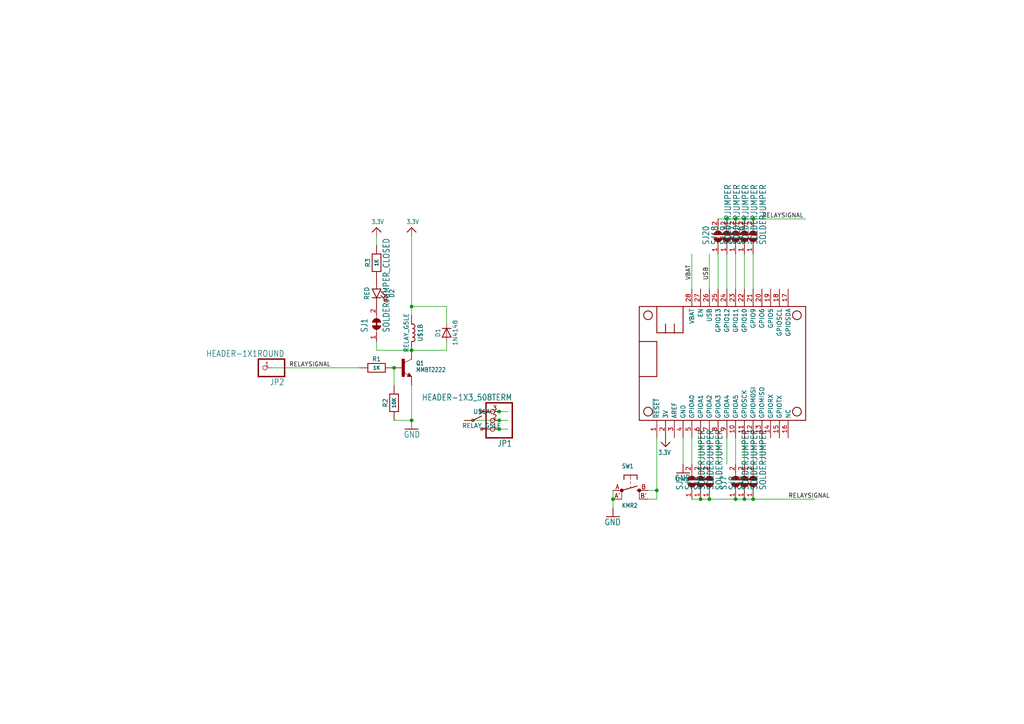
<source format=kicad_sch>
(kicad_sch (version 20211123) (generator eeschema)
  (paper "A4")
  (lib_symbols
    (symbol "eagleSchem-eagle-import:3.3V" (power)
      (property "Value" "3.3V" (at -1.524 1.016 0))
      (symbol "3.3V_1_0"
        (polyline (pts (xy -1.27 -1.27) (xy 0 0)) (stroke (width 0.254)))
        (polyline (pts (xy 0 0) (xy 1.27 -1.27)) (stroke (width 0.254)))
        (pin power_in line (at 0 -2.54 90) (length 2.54) (name "3.3V") (number "1"))
      )
    )
    (symbol "eagleSchem-eagle-import:DIODESOD-323"
      (property "Reference" "D" (at 0 2.54 0))
      (property "Value" "DIODESOD-323" (at 0 -2.5 0))
      (symbol "DIODESOD-323_1_0"
        (polyline (pts (xy -1.27 -1.27) (xy 1.27 0)) (stroke (width 0.254)))
        (polyline (pts (xy -1.27 1.27) (xy -1.27 -1.27)) (stroke (width 0.254)))
        (polyline (pts (xy 1.27 0) (xy -1.27 1.27)) (stroke (width 0.254)))
        (polyline (pts (xy 1.27 0) (xy 1.27 -1.27)) (stroke (width 0.254)))
        (polyline (pts (xy 1.27 1.27) (xy 1.27 0)) (stroke (width 0.254)))
        (pin passive line (at -2.54 0 0) (length 2.54) (name "A") (number "A"))
        (pin passive line (at 2.54 0 180) (length 2.54) (name "C") (number "C"))
      )
    )
    (symbol "eagleSchem-eagle-import:FEATHERWING"
      (symbol "FEATHERWING_1_0"
        (polyline (pts (xy 0 0) (xy 48.26 0)) (stroke (width 0.254)))
        (polyline (pts (xy 0 12.7) (xy 0 0)) (stroke (width 0.254)))
        (polyline (pts (xy 0 22.86) (xy 0 12.7)) (stroke (width 0.254)))
        (polyline (pts (xy 0 22.86) (xy 5.08 22.86)) (stroke (width 0.254)))
        (polyline (pts (xy 0 33.02) (xy 0 22.86)) (stroke (width 0.254)))
        (polyline (pts (xy 5.08 12.7) (xy 0 12.7)) (stroke (width 0.254)))
        (polyline (pts (xy 5.08 22.86) (xy 5.08 12.7)) (stroke (width 0.254)))
        (polyline (pts (xy 5.08 25.4) (xy 7.62 25.4)) (stroke (width 0.254)))
        (polyline (pts (xy 5.08 33.02) (xy 0 33.02)) (stroke (width 0.254)))
        (polyline (pts (xy 5.08 33.02) (xy 5.08 25.4)) (stroke (width 0.254)))
        (polyline (pts (xy 7.62 25.4) (xy 10.16 25.4)) (stroke (width 0.254)))
        (polyline (pts (xy 7.62 27.94) (xy 7.62 25.4)) (stroke (width 0.254)))
        (polyline (pts (xy 10.16 25.4) (xy 12.7 25.4)) (stroke (width 0.254)))
        (polyline (pts (xy 10.16 27.94) (xy 10.16 25.4)) (stroke (width 0.254)))
        (polyline (pts (xy 12.7 25.4) (xy 12.7 33.02)) (stroke (width 0.254)))
        (polyline (pts (xy 12.7 33.02) (xy 5.08 33.02)) (stroke (width 0.254)))
        (polyline (pts (xy 48.26 0) (xy 48.26 33.02)) (stroke (width 0.254)))
        (polyline (pts (xy 48.26 33.02) (xy 12.7 33.02)) (stroke (width 0.254)))
        (circle (center 2.54 2.54) (radius 1.27) (stroke (width 0.254)))
        (circle (center 2.54 30.48) (radius 1.27) (stroke (width 0.254)))
        (circle (center 45.72 2.54) (radius 1.27) (stroke (width 0.254)))
        (circle (center 45.72 30.48) (radius 1.27) (stroke (width 0.254)))
        (pin input line (at 5.08 -5.08 90) (length 5.08) (name "~{RESET}") (number "1"))
        (pin bidirectional line (at 27.94 -5.08 90) (length 5.08) (name "GPIOA5") (number "10"))
        (pin bidirectional line (at 30.48 -5.08 90) (length 5.08) (name "GPIOSCK") (number "11"))
        (pin bidirectional line (at 33.02 -5.08 90) (length 5.08) (name "GPIOMOSI") (number "12"))
        (pin bidirectional line (at 35.56 -5.08 90) (length 5.08) (name "GPIOMISO") (number "13"))
        (pin bidirectional line (at 38.1 -5.08 90) (length 5.08) (name "GPIORX") (number "14"))
        (pin bidirectional line (at 40.64 -5.08 90) (length 5.08) (name "GPIOTX") (number "15"))
        (pin passive line (at 43.18 -5.08 90) (length 5.08) (name "NC") (number "16"))
        (pin bidirectional line (at 43.18 38.1 270) (length 5.08) (name "GPIOSDA") (number "17"))
        (pin bidirectional line (at 40.64 38.1 270) (length 5.08) (name "GPIOSCL") (number "18"))
        (pin bidirectional line (at 38.1 38.1 270) (length 5.08) (name "GPIO5") (number "19"))
        (pin power_in line (at 7.62 -5.08 90) (length 5.08) (name "3V") (number "2"))
        (pin bidirectional line (at 35.56 38.1 270) (length 5.08) (name "GPIO6") (number "20"))
        (pin bidirectional line (at 33.02 38.1 270) (length 5.08) (name "GPIO9") (number "21"))
        (pin bidirectional line (at 30.48 38.1 270) (length 5.08) (name "GPIO10") (number "22"))
        (pin bidirectional line (at 27.94 38.1 270) (length 5.08) (name "GPIO11") (number "23"))
        (pin bidirectional line (at 25.4 38.1 270) (length 5.08) (name "GPIO12") (number "24"))
        (pin bidirectional line (at 22.86 38.1 270) (length 5.08) (name "GPIO13") (number "25"))
        (pin power_in line (at 20.32 38.1 270) (length 5.08) (name "USB") (number "26"))
        (pin passive line (at 17.78 38.1 270) (length 5.08) (name "EN") (number "27"))
        (pin power_in line (at 15.24 38.1 270) (length 5.08) (name "VBAT") (number "28"))
        (pin passive line (at 10.16 -5.08 90) (length 5.08) (name "AREF") (number "3"))
        (pin power_in line (at 12.7 -5.08 90) (length 5.08) (name "GND") (number "4"))
        (pin bidirectional line (at 15.24 -5.08 90) (length 5.08) (name "GPIOA0") (number "5"))
        (pin bidirectional line (at 17.78 -5.08 90) (length 5.08) (name "GPIOA1") (number "6"))
        (pin bidirectional line (at 20.32 -5.08 90) (length 5.08) (name "GPIOA2") (number "7"))
        (pin bidirectional line (at 22.86 -5.08 90) (length 5.08) (name "GPIOA3") (number "8"))
        (pin bidirectional line (at 25.4 -5.08 90) (length 5.08) (name "GPIOA4") (number "9"))
      )
    )
    (symbol "eagleSchem-eagle-import:GND" (power)
      (property "Value" "GND" (at -2.54 -2.54 0))
      (symbol "GND_1_0"
        (polyline (pts (xy -1.905 0) (xy 1.905 0)) (stroke (width 0.254)))
        (pin power_in line (at 0 2.54 270) (length 2.54) (name "GND") (number "1"))
      )
    )
    (symbol "eagleSchem-eagle-import:HEADER-1X1ROUND"
      (property "Reference" "JP" (at -6.35 3.175 0))
      (property "Value" "HEADER-1X1ROUND" (at -6.35 -5.08 0))
      (symbol "HEADER-1X1ROUND_1_0"
        (polyline (pts (xy -6.35 -2.54) (xy 1.27 -2.54)) (stroke (width 0.4064)))
        (polyline (pts (xy -6.35 2.54) (xy -6.35 -2.54)) (stroke (width 0.4064)))
        (polyline (pts (xy 1.27 -2.54) (xy 1.27 2.54)) (stroke (width 0.4064)))
        (polyline (pts (xy 1.27 2.54) (xy -6.35 2.54)) (stroke (width 0.4064)))
        (pin passive inverted (at -2.54 0 0) (length 2.54) (name "1") (number "1"))
      )
    )
    (symbol "eagleSchem-eagle-import:HEADER-1X3_508TERM"
      (property "Reference" "JP" (at -6.35 5.715 0))
      (property "Value" "HEADER-1X3_508TERM" (at -6.35 -7.62 0))
      (symbol "HEADER-1X3_508TERM_1_0"
        (polyline (pts (xy -6.35 -5.08) (xy 1.27 -5.08)) (stroke (width 0.4064)))
        (polyline (pts (xy -6.35 5.08) (xy -6.35 -5.08)) (stroke (width 0.4064)))
        (polyline (pts (xy 1.27 -5.08) (xy 1.27 5.08)) (stroke (width 0.4064)))
        (polyline (pts (xy 1.27 5.08) (xy -6.35 5.08)) (stroke (width 0.4064)))
        (pin passive inverted (at -2.54 2.54 0) (length 2.54) (name "1") (number "1"))
        (pin passive inverted (at -2.54 0 0) (length 2.54) (name "2") (number "2"))
        (pin passive inverted (at -2.54 -2.54 0) (length 2.54) (name "3") (number "3"))
      )
    )
    (symbol "eagleSchem-eagle-import:LED0805_NOOUTLINE"
      (property "Reference" "D" (at -1.27 4.445 0))
      (property "Value" "LED0805_NOOUTLINE" (at -1.27 -2.794 0))
      (symbol "LED0805_NOOUTLINE_1_0"
        (polyline (pts (xy -2.54 -1.27) (xy 0 0)) (stroke (width 0.254)))
        (polyline (pts (xy -2.54 1.27) (xy -2.54 -1.27)) (stroke (width 0.254)))
        (polyline (pts (xy -1.905 1.27) (xy -0.635 2.54)) (stroke (width 0.254)))
        (polyline (pts (xy -0.9525 2.8575) (xy -0.3175 2.2225)) (stroke (width 0.254)))
        (polyline (pts (xy -0.635 1.27) (xy 0.635 2.54)) (stroke (width 0.254)))
        (polyline (pts (xy -0.3175 2.2225) (xy 0 3.175)) (stroke (width 0.254)))
        (polyline (pts (xy 0 0) (xy -2.54 1.27)) (stroke (width 0.254)))
        (polyline (pts (xy 0 0) (xy 0 -1.27)) (stroke (width 0.254)))
        (polyline (pts (xy 0 1.27) (xy 0 0)) (stroke (width 0.254)))
        (polyline (pts (xy 0 3.175) (xy -0.9525 2.8575)) (stroke (width 0.254)))
        (polyline (pts (xy 0.3175 2.8575) (xy 0.9525 2.2225)) (stroke (width 0.254)))
        (polyline (pts (xy 0.9525 2.2225) (xy 1.27 3.175)) (stroke (width 0.254)))
        (polyline (pts (xy 1.27 3.175) (xy 0.3175 2.8575)) (stroke (width 0.254)))
        (pin passive line (at -5.08 0 0) (length 2.54) (name "A") (number "A"))
        (pin passive line (at 2.54 0 180) (length 2.54) (name "C") (number "C"))
      )
    )
    (symbol "eagleSchem-eagle-import:RELAY_G5LE"
      (property "Value" "RELAY_G5LE" (at 0 -1.54 0))
      (symbol "RELAY_G5LE_1_0"
        (circle (center -2.54 0) (radius 0.3592) (stroke (width 0.2032)))
        (circle (center 0 -2.54) (radius 0.3592) (stroke (width 0.2032)))
        (polyline (pts (xy -2.54 0) (xy 0 1.27)) (stroke (width 0.254)))
        (polyline (pts (xy 0 -2.54) (xy 0.635 -2.54)) (stroke (width 0.127)))
        (polyline (pts (xy 0 2.54) (xy 0.635 2.54)) (stroke (width 0.1524)))
        (circle (center 0 2.54) (radius 0.3592) (stroke (width 0.2032)))
        (pin passive line (at -5.08 0 0) (length 2.54) (name "P") (number "1"))
        (pin passive line (at 2.54 2.54 180) (length 2.54) (name "O") (number "3"))
        (pin passive line (at 2.54 -2.54 180) (length 2.54) (name "S") (number "4"))
      )
      (symbol "RELAY_G5LE_2_0"
        (arc (start -1.27 0.3175) (mid -1.905 0.9524) (end -2.54 0.3175) (stroke (width 0.254)))
        (polyline (pts (xy -2.54 0.3175) (xy -2.54 0)) (stroke (width 0.254)))
        (polyline (pts (xy 2.54 0.3175) (xy 2.54 0)) (stroke (width 0.254)))
        (arc (start 0 0.3175) (mid -0.635 0.9524) (end -1.27 0.3175) (stroke (width 0.254)))
        (arc (start 1.27 0.3175) (mid 0.635 0.9524) (end 0 0.3175) (stroke (width 0.254)))
        (arc (start 2.54 0.3175) (mid 1.905 0.9524) (end 1.27 0.3175) (stroke (width 0.254)))
        (pin passive line (at -5.08 0 0) (length 2.54) (name "1") (number "2"))
        (pin passive line (at 5.08 0 180) (length 2.54) (name "2") (number "5"))
      )
    )
    (symbol "eagleSchem-eagle-import:RESISTOR0805_NOOUTLINE"
      (property "Reference" "R" (at 0 2.54 0))
      (property "Value" "RESISTOR0805_NOOUTLINE" (at 0 0 0))
      (symbol "RESISTOR0805_NOOUTLINE_1_0"
        (polyline (pts (xy -2.54 -1.27) (xy -2.54 1.27)) (stroke (width 0.254)))
        (polyline (pts (xy -2.54 1.27) (xy 2.54 1.27)) (stroke (width 0.254)))
        (polyline (pts (xy 2.54 -1.27) (xy -2.54 -1.27)) (stroke (width 0.254)))
        (polyline (pts (xy 2.54 1.27) (xy 2.54 -1.27)) (stroke (width 0.254)))
        (pin passive line (at -5.08 0 0) (length 2.54) (name "1") (number "1"))
        (pin passive line (at 5.08 0 180) (length 2.54) (name "2") (number "2"))
      )
    )
    (symbol "eagleSchem-eagle-import:SOLDERJUMPER"
      (property "Reference" "SJ" (at -2.54 2.54 0))
      (property "Value" "SOLDERJUMPER" (at -2.54 -3.81 0))
      (symbol "SOLDERJUMPER_1_0"
        (arc (start -0.381 1.2699) (mid -1.6508 0) (end -0.381 -1.2699) (stroke (width 0.0001)) (fill (type outline)))
        (polyline (pts (xy -2.54 0) (xy -1.651 0)) (stroke (width 0.1524)))
        (polyline (pts (xy 2.54 0) (xy 1.651 0)) (stroke (width 0.1524)))
        (arc (start 0.381 -1.2699) (mid 1.6508 0) (end 0.381 1.2699) (stroke (width 0.0001)) (fill (type outline)))
        (pin passive line (at -5.08 0 0) (length 2.54) (name "1") (number "1"))
        (pin passive line (at 5.08 0 180) (length 2.54) (name "2") (number "2"))
      )
    )
    (symbol "eagleSchem-eagle-import:SOLDERJUMPER_CLOSED"
      (property "Reference" "SJ" (at -2.54 2.54 0))
      (property "Value" "SOLDERJUMPER_CLOSED" (at -2.54 -3.81 0))
      (symbol "SOLDERJUMPER_CLOSED_1_0"
        (arc (start -0.381 1.2699) (mid -1.6508 0) (end -0.381 -1.2699) (stroke (width 0.0001)) (fill (type outline)))
        (polyline (pts (xy -2.54 0) (xy -1.651 0)) (stroke (width 0.1524)))
        (polyline (pts (xy -0.635 0) (xy 0.635 0)) (stroke (width 0.4064)))
        (polyline (pts (xy 2.54 0) (xy 1.651 0)) (stroke (width 0.1524)))
        (arc (start 0.381 -1.2699) (mid 1.6508 0) (end 0.381 1.2699) (stroke (width 0.0001)) (fill (type outline)))
        (pin passive line (at -5.08 0 0) (length 2.54) (name "1") (number "1"))
        (pin passive line (at 5.08 0 180) (length 2.54) (name "2") (number "2"))
      )
    )
    (symbol "eagleSchem-eagle-import:SWITCH_TACT_SMT4.6X2.8"
      (property "Reference" "SW" (at -2.54 6.35 0))
      (property "Value" "SWITCH_TACT_SMT4.6X2.8" (at -2.54 -5.08 0))
      (symbol "SWITCH_TACT_SMT4.6X2.8_1_0"
        (circle (center -2.54 0) (radius 0.127) (stroke (width 0.4064)))
        (polyline (pts (xy -2.54 -2.54) (xy -2.54 0)) (stroke (width 0.1524)))
        (polyline (pts (xy -2.54 0) (xy 1.905 1.27)) (stroke (width 0.254)))
        (polyline (pts (xy -1.905 4.445) (xy -1.905 3.175)) (stroke (width 0.254)))
        (polyline (pts (xy 0 1.27) (xy 0 0.635)) (stroke (width 0.1524)))
        (polyline (pts (xy 0 2.54) (xy 0 1.905)) (stroke (width 0.1524)))
        (polyline (pts (xy 0 4.445) (xy -1.905 4.445)) (stroke (width 0.254)))
        (polyline (pts (xy 0 4.445) (xy 0 3.175)) (stroke (width 0.1524)))
        (polyline (pts (xy 1.905 0) (xy 2.54 0)) (stroke (width 0.254)))
        (polyline (pts (xy 1.905 4.445) (xy 0 4.445)) (stroke (width 0.254)))
        (polyline (pts (xy 1.905 4.445) (xy 1.905 3.175)) (stroke (width 0.254)))
        (polyline (pts (xy 2.54 -2.54) (xy 2.54 0)) (stroke (width 0.1524)))
        (circle (center 2.54 0) (radius 0.127) (stroke (width 0.4064)))
        (pin passive line (at -5.08 0 0) (length 2.54) (name "P") (number "A"))
        (pin passive line (at -5.08 -2.54 0) (length 2.54) (name "P1") (number "A'"))
        (pin passive line (at 5.08 0 180) (length 2.54) (name "S") (number "B"))
        (pin passive line (at 5.08 -2.54 180) (length 2.54) (name "S1") (number "B'"))
      )
    )
    (symbol "eagleSchem-eagle-import:TRANSISTOR_NPN"
      (property "Reference" "Q" (at 1.27 0.635 0))
      (property "Value" "TRANSISTOR_NPN" (at 1.27 -1.27 0))
      (symbol "TRANSISTOR_NPN_1_0"
        (rectangle (start -2.794 -2.54) (end -2.032 2.54) (fill (type outline)))
        (polyline (pts (xy -1.27 -2.54) (xy -0.762 -1.524)) (stroke (width 0.1524)))
        (polyline (pts (xy -1.016 -2.413) (xy -0.254 -2.413)) (stroke (width 0.254)))
        (polyline (pts (xy -1.016 -2.286) (xy -0.635 -2.286)) (stroke (width 0.254)))
        (polyline (pts (xy -1 -2.04) (xy -2.232 -1.424)) (stroke (width 0.1524)))
        (polyline (pts (xy -0.762 -1.778) (xy -1.016 -2.286)) (stroke (width 0.254)))
        (polyline (pts (xy -0.762 -1.524) (xy 0 -2.54)) (stroke (width 0.1524)))
        (polyline (pts (xy -0.635 -2.286) (xy -0.762 -2.032)) (stroke (width 0.254)))
        (polyline (pts (xy -0.254 -2.413) (xy -0.762 -1.778)) (stroke (width 0.254)))
        (polyline (pts (xy 0 -2.54) (xy -1.27 -2.54)) (stroke (width 0.1524)))
        (polyline (pts (xy 0 2.54) (xy -2.032 1.524)) (stroke (width 0.1524)))
        (pin passive line (at -5.08 0 0) (length 2.54) (name "B") (number "1"))
        (pin passive line (at 0 -5.08 90) (length 2.54) (name "E") (number "2"))
        (pin passive line (at 0 5.08 270) (length 2.54) (name "C") (number "3"))
      )
    )
  )
  (junction (at 203.2 144.78))
  (junction (at 215.9 63.5))
  (junction (at 119.38 121.92))
  (junction (at 177.8 144.78))
  (junction (at 213.36 63.5))
  (junction (at 210.82 63.5))
  (junction (at 119.38 101.6))
  (junction (at 119.38 88.9))
  (junction (at 144.78 124.46))
  (junction (at 144.78 119.38))
  (junction (at 218.44 63.5))
  (junction (at 144.78 121.92))
  (junction (at 114.3 106.68))
  (junction (at 205.74 144.78))
  (junction (at 190.5 142.24))
  (junction (at 213.36 144.78))
  (junction (at 215.9 144.78))
  (junction (at 218.44 144.78))
  (wire (pts (xy 218.44 134.62) (xy 218.44 127)))
  (wire (pts (xy 144.78 119.38) (xy 147.32 119.38)))
  (wire (pts (xy 205.74 73.66) (xy 205.74 83.82)))
  (wire (pts (xy 200.66 134.62) (xy 200.66 127)))
  (wire (pts (xy 147.32 124.46) (xy 144.78 124.46)))
  (wire (pts (xy 187.96 142.24) (xy 190.5 142.24)))
  (wire (pts (xy 119.38 101.6) (xy 129.54 101.6)))
  (wire (pts (xy 147.32 121.92) (xy 144.78 121.92)))
  (wire (pts (xy 203.2 134.62) (xy 203.2 127)))
  (wire (pts (xy 218.44 144.78) (xy 236.22 144.78)))
  (wire (pts (xy 210.82 134.62) (xy 210.82 127)))
  (wire (pts (xy 213.36 63.5) (xy 215.9 63.5)))
  (wire (pts (xy 200.66 144.78) (xy 203.2 144.78)))
  (wire (pts (xy 114.3 121.92) (xy 119.38 121.92)))
  (wire (pts (xy 190.5 127) (xy 190.5 142.24)))
  (wire (pts (xy 109.22 99.06) (xy 109.22 101.6)))
  (wire (pts (xy 213.36 134.62) (xy 213.36 127)))
  (wire (pts (xy 218.44 73.66) (xy 218.44 83.82)))
  (wire (pts (xy 129.54 93.98) (xy 129.54 88.9)))
  (wire (pts (xy 208.28 134.62) (xy 208.28 127)))
  (wire (pts (xy 142.24 119.38) (xy 144.78 119.38)))
  (wire (pts (xy 144.78 121.92) (xy 134.62 121.92)))
  (wire (pts (xy 119.38 88.9) (xy 119.38 68.58)))
  (wire (pts (xy 208.28 63.5) (xy 210.82 63.5)))
  (wire (pts (xy 215.9 73.66) (xy 215.9 83.82)))
  (wire (pts (xy 198.12 134.62) (xy 198.12 127)))
  (wire (pts (xy 114.3 111.76) (xy 114.3 106.68)))
  (wire (pts (xy 190.5 142.24) (xy 190.5 144.78)))
  (wire (pts (xy 220.98 134.62) (xy 220.98 127)))
  (wire (pts (xy 190.5 144.78) (xy 187.96 144.78)))
  (wire (pts (xy 210.82 63.5) (xy 213.36 63.5)))
  (wire (pts (xy 144.78 124.46) (xy 142.24 124.46)))
  (wire (pts (xy 119.38 121.92) (xy 119.38 111.76)))
  (wire (pts (xy 215.9 144.78) (xy 218.44 144.78)))
  (wire (pts (xy 129.54 88.9) (xy 119.38 88.9)))
  (wire (pts (xy 109.22 68.58) (xy 109.22 71.12)))
  (wire (pts (xy 177.8 142.24) (xy 177.8 144.78)))
  (wire (pts (xy 205.74 134.62) (xy 205.74 127)))
  (wire (pts (xy 203.2 144.78) (xy 205.74 144.78)))
  (wire (pts (xy 210.82 73.66) (xy 210.82 83.82)))
  (wire (pts (xy 129.54 101.6) (xy 129.54 99.06)))
  (wire (pts (xy 208.28 73.66) (xy 208.28 83.82)))
  (wire (pts (xy 215.9 134.62) (xy 215.9 127)))
  (wire (pts (xy 78.74 106.68) (xy 104.14 106.68)))
  (wire (pts (xy 213.36 144.78) (xy 215.9 144.78)))
  (wire (pts (xy 205.74 144.78) (xy 213.36 144.78)))
  (wire (pts (xy 119.38 88.9) (xy 119.38 91.44)))
  (wire (pts (xy 200.66 73.66) (xy 200.66 83.82)))
  (wire (pts (xy 213.36 73.66) (xy 213.36 83.82)))
  (wire (pts (xy 215.9 63.5) (xy 218.44 63.5)))
  (wire (pts (xy 177.8 144.78) (xy 177.8 147.32)))
  (wire (pts (xy 218.44 63.5) (xy 233.68 63.5)))
  (wire (pts (xy 109.22 101.6) (xy 119.38 101.6)))
  (label "RELAYSIGNAL" (at 228.6 144.78 0) (effects (font (size 1.2446 1.2446))))
  (label "USB" (at 205.74 81.28 90) (effects (font (size 1.2446 1.2446))))
  (label "RELAYSIGNAL" (at 83.82 106.68 0) (effects (font (size 1.2446 1.2446))))
  (label "VBAT" (at 200.66 81.28 90) (effects (font (size 1.2446 1.2446))))
  (label "RELAYSIGNAL" (at 220.98 63.5 0) (effects (font (size 1.2446 1.2446))))
  (symbol (lib_id "eagleSchem-eagle-import:RESISTOR0805_NOOUTLINE") (at 109.22 76.2 90) (unit 1)
    (property "Reference" "R3" (at 106.68 76.2 0))
    (property "Value" "1K" (at 109.22 76.2 0) (effects (font (size 1.016 1.016) bold)))
    (property "Footprint" "eagleSchem:0805-NO" (effects hide))
  )
  (symbol (lib_id "eagleSchem-eagle-import:GND") (at 119.38 124.46 0) (mirror y) (unit 1)
    (property "Reference" "#GND1" (effects hide))
    (property "Value" "GND" (at 121.92 127 0) (effects (font (size 1.778 1.5113)) (justify left bottom)))
    (property "Footprint" "eagleSchem:" (effects hide))
  )
  (symbol (lib_id "eagleSchem-eagle-import:SOLDERJUMPER") (at 218.44 139.7 90) (unit 1)
    (property "Reference" "SJ9" (at 215.9 142.24 0) (effects (font (size 1.778 1.5113)) (justify left bottom)))
    (property "Value" "SOLDERJUMPER" (at 222.25 142.24 0) (effects (font (size 1.778 1.5113)) (justify left bottom)))
    (property "Footprint" "eagleSchem:SOLDERJUMPER_ARROW_NOPASTE" (effects hide))
  )
  (symbol (lib_id "eagleSchem-eagle-import:DIODESOD-323") (at 129.54 96.52 90) (unit 1)
    (property "Reference" "D1" (at 127 96.52 0))
    (property "Value" "1N4148" (at 132.04 96.52 0))
    (property "Footprint" "eagleSchem:SOD-323" (effects hide))
  )
  (symbol (lib_id "eagleSchem-eagle-import:SOLDERJUMPER") (at 213.36 68.58 90) (unit 1)
    (property "Reference" "SJ19" (at 210.82 71.12 0) (effects (font (size 1.778 1.5113)) (justify left bottom)))
    (property "Value" "SOLDERJUMPER" (at 217.17 71.12 0) (effects (font (size 1.778 1.5113)) (justify left bottom)))
    (property "Footprint" "eagleSchem:SOLDERJUMPER_ARROW_NOPASTE" (effects hide))
  )
  (symbol (lib_id "eagleSchem-eagle-import:SOLDERJUMPER") (at 203.2 139.7 90) (unit 1)
    (property "Reference" "SJ3" (at 200.66 142.24 0) (effects (font (size 1.778 1.5113)) (justify left bottom)))
    (property "Value" "SOLDERJUMPER" (at 207.01 142.24 0) (effects (font (size 1.778 1.5113)) (justify left bottom)))
    (property "Footprint" "eagleSchem:SOLDERJUMPER_ARROW_NOPASTE" (effects hide))
  )
  (symbol (lib_id "eagleSchem-eagle-import:SOLDERJUMPER_CLOSED") (at 109.22 93.98 90) (unit 1)
    (property "Reference" "SJ1" (at 106.68 96.52 0) (effects (font (size 1.778 1.5113)) (justify left bottom)))
    (property "Value" "SOLDERJUMPER_CLOSED" (at 113.03 96.52 0) (effects (font (size 1.778 1.5113)) (justify left bottom)))
    (property "Footprint" "eagleSchem:SOLDERJUMPER_CLOSEDWIRE" (effects hide))
  )
  (symbol (lib_id "eagleSchem-eagle-import:FEATHERWING") (at 185.42 121.92 0) (unit 1)
    (property "Reference" "MS2" (effects hide))
    (property "Value" "FEATHERWING" (effects hide))
    (property "Footprint" "eagleSchem:FEATHERWING" (effects hide))
  )
  (symbol (lib_id "eagleSchem-eagle-import:SOLDERJUMPER") (at 215.9 68.58 90) (unit 1)
    (property "Reference" "SJ17" (at 213.36 71.12 0) (effects (font (size 1.778 1.5113)) (justify left bottom)))
    (property "Value" "SOLDERJUMPER" (at 219.71 71.12 0) (effects (font (size 1.778 1.5113)) (justify left bottom)))
    (property "Footprint" "eagleSchem:SOLDERJUMPER_ARROW_NOPASTE" (effects hide))
  )
  (symbol (lib_id "eagleSchem-eagle-import:SOLDERJUMPER") (at 213.36 139.7 90) (unit 1)
    (property "Reference" "SJ7" (at 210.82 142.24 0) (effects (font (size 1.778 1.5113)) (justify left bottom)))
    (property "Value" "SOLDERJUMPER" (at 217.17 142.24 0) (effects (font (size 1.778 1.5113)) (justify left bottom)))
    (property "Footprint" "eagleSchem:SOLDERJUMPER_ARROW_NOPASTE" (effects hide))
  )
  (symbol (lib_id "eagleSchem-eagle-import:RELAY_G5LE") (at 139.7 121.92 0) (unit 1)
    (property "Reference" "U$1" (at 139.7 119.38 0))
    (property "Value" "RELAY_G5LE" (at 139.7 123.46 0))
    (property "Footprint" "eagleSchem:RELAY_G5LE-1" (effects hide))
  )
  (symbol (lib_id "eagleSchem-eagle-import:SOLDERJUMPER") (at 200.66 139.7 90) (unit 1)
    (property "Reference" "SJ2" (at 198.12 142.24 0) (effects (font (size 1.778 1.5113)) (justify left bottom)))
    (property "Value" "SOLDERJUMPER" (at 204.47 142.24 0) (effects (font (size 1.778 1.5113)) (justify left bottom)))
    (property "Footprint" "eagleSchem:SOLDERJUMPER_ARROW_NOPASTE" (effects hide))
  )
  (symbol (lib_id "eagleSchem-eagle-import:LED0805_NOOUTLINE") (at 109.22 86.36 270) (unit 1)
    (property "Reference" "D2" (at 113.665 85.09 0))
    (property "Value" "RED" (at 106.426 85.09 0))
    (property "Footprint" "eagleSchem:CHIPLED_0805_NOOUTLINE" (effects hide))
  )
  (symbol (lib_id "eagleSchem-eagle-import:GND") (at 198.12 137.16 0) (unit 1)
    (property "Reference" "#GND3" (effects hide))
    (property "Value" "GND" (at 195.58 139.7 0) (effects (font (size 1.778 1.5113)) (justify left bottom)))
    (property "Footprint" "eagleSchem:" (effects hide))
  )
  (symbol (lib_id "eagleSchem-eagle-import:HEADER-1X3_508TERM") (at 142.24 121.92 180) (unit 1)
    (property "Reference" "JP1" (at 148.59 127.635 0) (effects (font (size 1.778 1.5113)) (justify left bottom)))
    (property "Value" "HEADER-1X3_508TERM" (at 148.59 114.3 0) (effects (font (size 1.778 1.5113)) (justify left bottom)))
    (property "Footprint" "eagleSchem:TERMBLOCK_1X3_5.08MM" (effects hide))
  )
  (symbol (lib_id "eagleSchem-eagle-import:3.3V") (at 193.04 129.54 180) (unit 1)
    (property "Reference" "#U$3" (effects hide))
    (property "Value" "3.3V" (at 194.564 130.556 0) (effects (font (size 1.27 1.0795)) (justify left bottom)))
    (property "Footprint" "eagleSchem:" (effects hide))
  )
  (symbol (lib_id "eagleSchem-eagle-import:RESISTOR0805_NOOUTLINE") (at 114.3 116.84 90) (unit 1)
    (property "Reference" "R2" (at 111.76 116.84 0))
    (property "Value" "10K" (at 114.3 116.84 0) (effects (font (size 1.016 1.016) bold)))
    (property "Footprint" "eagleSchem:0805-NO" (effects hide))
  )
  (symbol (lib_id "eagleSchem-eagle-import:TRANSISTOR_NPN") (at 119.38 106.68 0) (unit 1)
    (property "Reference" "Q1" (at 120.65 106.045 0) (effects (font (size 1.27 1.0795)) (justify left bottom)))
    (property "Value" "MMBT2222" (at 120.65 107.95 0) (effects (font (size 1.27 1.0795)) (justify left bottom)))
    (property "Footprint" "eagleSchem:SOT23-R" (effects hide))
  )
  (symbol (lib_id "eagleSchem-eagle-import:SWITCH_TACT_SMT4.6X2.8") (at 182.88 142.24 0) (unit 1)
    (property "Reference" "SW1" (at 180.34 135.89 0) (effects (font (size 1.27 1.0795)) (justify left bottom)))
    (property "Value" "KMR2" (at 180.34 147.32 0) (effects (font (size 1.27 1.0795)) (justify left bottom)))
    (property "Footprint" "eagleSchem:BTN_KMR2_4.6X2.8" (effects hide))
  )
  (symbol (lib_id "eagleSchem-eagle-import:RELAY_G5LE") (at 119.38 96.52 270) (unit 2)
    (property "Reference" "U$1" (at 121.92 96.52 0))
    (property "Value" "RELAY_G5LE" (at 117.84 96.52 0))
    (property "Footprint" "eagleSchem:RELAY_G5LE-1" (effects hide))
  )
  (symbol (lib_id "eagleSchem-eagle-import:SOLDERJUMPER") (at 218.44 68.58 90) (unit 1)
    (property "Reference" "SJ16" (at 215.9 71.12 0) (effects (font (size 1.778 1.5113)) (justify left bottom)))
    (property "Value" "SOLDERJUMPER" (at 222.25 71.12 0) (effects (font (size 1.778 1.5113)) (justify left bottom)))
    (property "Footprint" "eagleSchem:SOLDERJUMPER_ARROW_NOPASTE" (effects hide))
  )
  (symbol (lib_id "eagleSchem-eagle-import:SOLDERJUMPER") (at 215.9 139.7 90) (unit 1)
    (property "Reference" "SJ8" (at 213.36 142.24 0) (effects (font (size 1.778 1.5113)) (justify left bottom)))
    (property "Value" "SOLDERJUMPER" (at 219.71 142.24 0) (effects (font (size 1.778 1.5113)) (justify left bottom)))
    (property "Footprint" "eagleSchem:SOLDERJUMPER_ARROW_NOPASTE" (effects hide))
  )
  (symbol (lib_id "eagleSchem-eagle-import:RESISTOR0805_NOOUTLINE") (at 109.22 106.68 0) (unit 1)
    (property "Reference" "R1" (at 109.22 104.14 0))
    (property "Value" "1K" (at 109.22 106.68 0) (effects (font (size 1.016 1.016) bold)))
    (property "Footprint" "eagleSchem:0805-NO" (effects hide))
  )
  (symbol (lib_id "eagleSchem-eagle-import:SOLDERJUMPER") (at 205.74 139.7 90) (unit 1)
    (property "Reference" "SJ4" (at 203.2 142.24 0) (effects (font (size 1.778 1.5113)) (justify left bottom)))
    (property "Value" "SOLDERJUMPER" (at 209.55 142.24 0) (effects (font (size 1.778 1.5113)) (justify left bottom)))
    (property "Footprint" "eagleSchem:SOLDERJUMPER_ARROW_NOPASTE" (effects hide))
  )
  (symbol (lib_id "eagleSchem-eagle-import:3.3V") (at 109.22 66.04 0) (unit 1)
    (property "Reference" "#U$4" (effects hide))
    (property "Value" "3.3V" (at 107.696 65.024 0) (effects (font (size 1.27 1.0795)) (justify left bottom)))
    (property "Footprint" "eagleSchem:" (effects hide))
  )
  (symbol (lib_id "eagleSchem-eagle-import:SOLDERJUMPER") (at 208.28 68.58 90) (unit 1)
    (property "Reference" "SJ20" (at 205.74 71.12 0) (effects (font (size 1.778 1.5113)) (justify left bottom)))
    (property "Value" "SOLDERJUMPER" (at 212.09 71.12 0) (effects (font (size 1.778 1.5113)) (justify left bottom)))
    (property "Footprint" "eagleSchem:SOLDERJUMPER_ARROW_NOPASTE" (effects hide))
  )
  (symbol (lib_id "eagleSchem-eagle-import:HEADER-1X1ROUND") (at 76.2 106.68 180) (unit 1)
    (property "Reference" "JP2" (at 82.55 109.855 0) (effects (font (size 1.778 1.5113)) (justify left bottom)))
    (property "Value" "HEADER-1X1ROUND" (at 82.55 101.6 0) (effects (font (size 1.778 1.5113)) (justify left bottom)))
    (property "Footprint" "eagleSchem:1X01_ROUND" (effects hide))
  )
  (symbol (lib_id "eagleSchem-eagle-import:GND") (at 177.8 149.86 0) (unit 1)
    (property "Reference" "#GND4" (effects hide))
    (property "Value" "GND" (at 175.26 152.4 0) (effects (font (size 1.778 1.5113)) (justify left bottom)))
    (property "Footprint" "eagleSchem:" (effects hide))
  )
  (symbol (lib_id "eagleSchem-eagle-import:SOLDERJUMPER") (at 210.82 68.58 90) (unit 1)
    (property "Reference" "SJ18" (at 208.28 71.12 0) (effects (font (size 1.778 1.5113)) (justify left bottom)))
    (property "Value" "SOLDERJUMPER" (at 214.63 71.12 0) (effects (font (size 1.778 1.5113)) (justify left bottom)))
    (property "Footprint" "eagleSchem:SOLDERJUMPER_ARROW_NOPASTE" (effects hide))
  )
  (symbol (lib_id "eagleSchem-eagle-import:3.3V") (at 119.38 66.04 0) (unit 1)
    (property "Reference" "#U$2" (effects hide))
    (property "Value" "3.3V" (at 117.856 65.024 0) (effects (font (size 1.27 1.0795)) (justify left bottom)))
    (property "Footprint" "eagleSchem:" (effects hide))
  )
)
</source>
